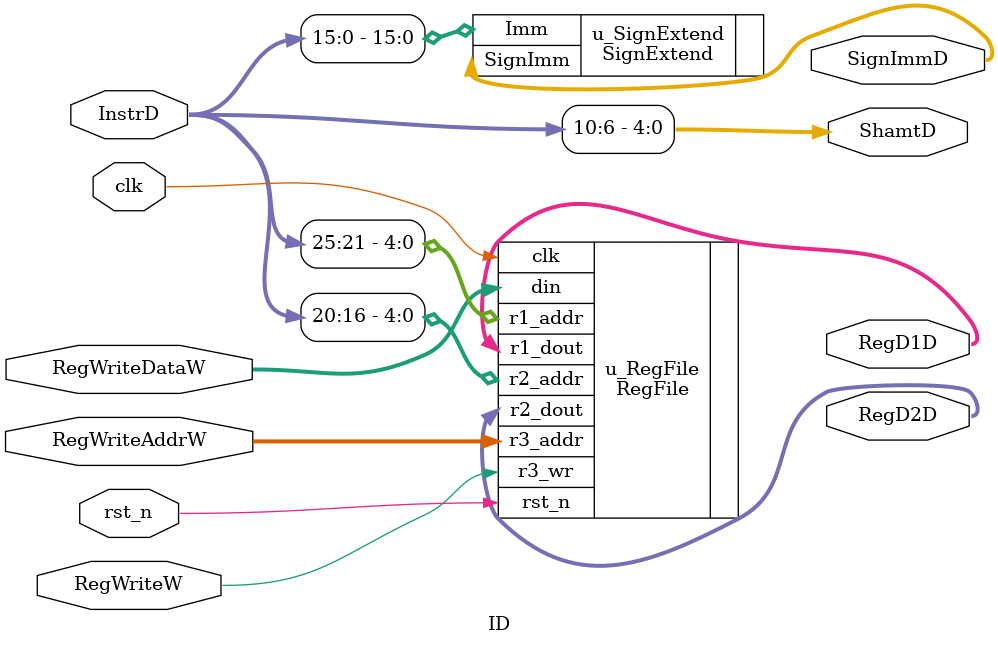
<source format=v>
`timescale 1ns / 1ps
module ID(
input clk,
input rst_n,
input [31:0] InstrD,
input RegWriteW,
input [4:0] RegWriteAddrW,
input [31:0] RegWriteDataW,
output [31:0] SignImmD,
output [31:0] RegD1D,
output [31:0] RegD2D,
output [4:0] ShamtD
// hazard signal

    );

SignExtend		u_SignExtend(		// SignImm
.Imm				(InstrD[15:0]),
.SignImm			(SignImmD)
);

RegFile			u_RegFile(
//input
.clk				(clk),
.rst_n			(rst_n),
.r1_addr			(InstrD[25:21]),
.r2_addr			(InstrD[20:16]),
.r3_addr			(RegWriteAddrW),
.r3_wr			(RegWriteW),
.din				(RegWriteDataW),
//output
.r1_dout			(RegD1D),
.r2_dout			(RegD2D)
);

assign ShamtD = InstrD[10:6];

endmodule

</source>
